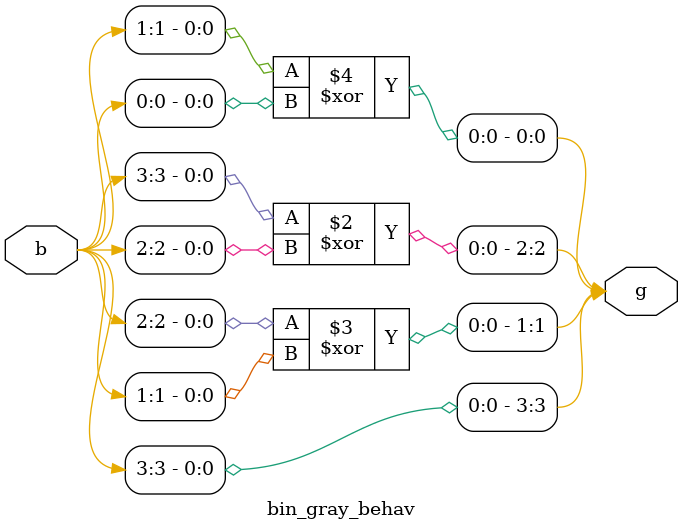
<source format=v>

module bin_gray_behav(
input [3:0] b,
output reg [3:0] g
);
always @(*) begin
g[3]= b[3];
g[2]= b[3] ^ b[2];
g[1]=b[2] ^ b[1];
g[0]=b[1] ^ b[0];
end
endmodule
</source>
